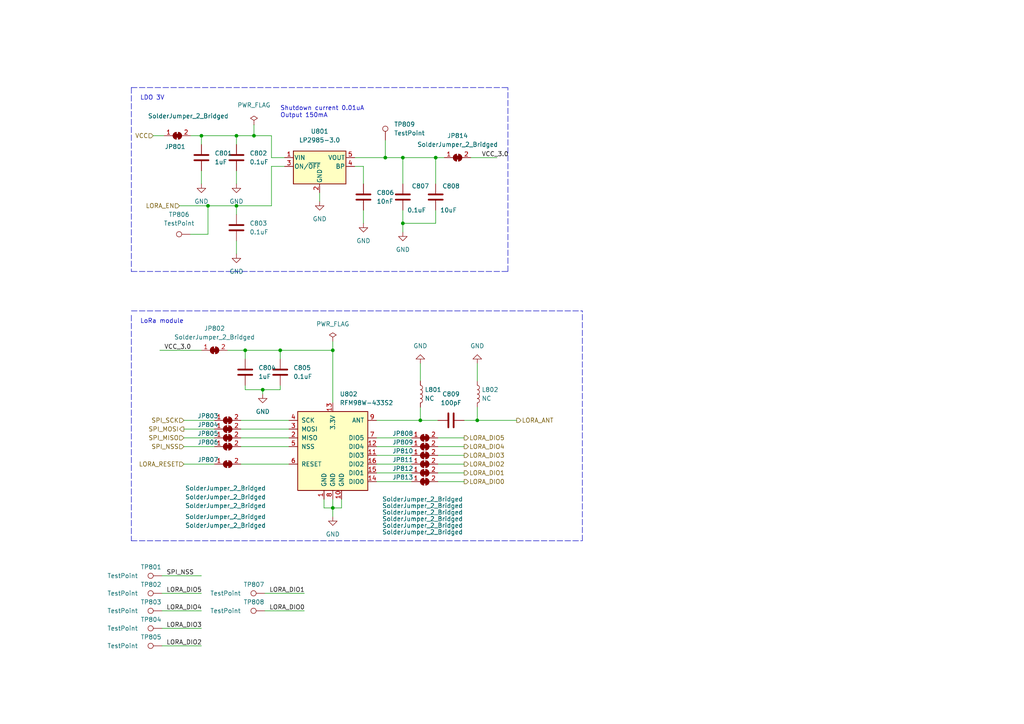
<source format=kicad_sch>
(kicad_sch (version 20211123) (generator eeschema)
  (paper "A4")
  (lib_symbols
    (symbol "Connector:TestPoint" (pin_numbers hide) (pin_names (offset 0.762) hide)
      (property "Reference" "TP" (at 0 6.858 0))
      (property "Value" "TestPoint" (at 0 5.08 0))
      (symbol "TestPoint_0_1"
        (circle (center 0 3.302) (radius 0.762))
      )
      (symbol "TestPoint_1_1"
        (pin passive line (at 0 0 90) (length 2.54) (name "1") (number "1"))
      )
    )
    (symbol "Device:C" (pin_numbers hide) (pin_names (offset 0.254))
      (property "Reference" "C" (at 0.635 2.54 0))
      (property "Value" "C" (at 0.635 -2.54 0))
      (symbol "C_0_1"
        (polyline (pts (xy -2.032 -0.762) (xy 2.032 -0.762)) (stroke (width 0.508)))
        (polyline (pts (xy -2.032 0.762) (xy 2.032 0.762)) (stroke (width 0.508)))
      )
      (symbol "C_1_1"
        (pin passive line (at 0 3.81 270) (length 2.794) (name "~") (number "1"))
        (pin passive line (at 0 -3.81 90) (length 2.794) (name "~") (number "2"))
      )
    )
    (symbol "Device:L" (pin_numbers hide) (pin_names (offset 1.016) hide)
      (property "Reference" "L" (at -1.27 0 90))
      (property "Value" "L" (at 1.905 0 90))
      (symbol "L_0_1"
        (arc (start 0 -2.54) (mid 0.635 -1.905) (end 0 -1.27))
        (arc (start 0 -1.27) (mid 0.635 -0.635) (end 0 0))
        (arc (start 0 0) (mid 0.635 0.635) (end 0 1.27))
        (arc (start 0 1.27) (mid 0.635 1.905) (end 0 2.54))
      )
      (symbol "L_1_1"
        (pin passive line (at 0 3.81 270) (length 1.27) (name "1") (number "1"))
        (pin passive line (at 0 -3.81 90) (length 1.27) (name "2") (number "2"))
      )
    )
    (symbol "Jumper:SolderJumper_2_Bridged" (pin_names (offset 0) hide)
      (property "Reference" "JP" (at 0 2.032 0))
      (property "Value" "SolderJumper_2_Bridged" (at 0 -2.54 0))
      (symbol "SolderJumper_2_Bridged_0_1"
        (rectangle (start -0.508 0.508) (end 0.508 -0.508) (fill (type outline)))
        (arc (start -0.254 1.016) (mid -1.27 0) (end -0.254 -1.016))
        (arc (start -0.254 1.016) (mid -1.27 0) (end -0.254 -1.016) (fill (type outline)))
        (polyline (pts (xy -0.254 1.016) (xy -0.254 -1.016)))
        (polyline (pts (xy 0.254 1.016) (xy 0.254 -1.016)))
        (arc (start 0.254 -1.016) (mid 1.27 0) (end 0.254 1.016))
        (arc (start 0.254 -1.016) (mid 1.27 0) (end 0.254 1.016) (fill (type outline)))
      )
      (symbol "SolderJumper_2_Bridged_1_1"
        (pin passive line (at -3.81 0 0) (length 2.54) (name "A") (number "1"))
        (pin passive line (at 3.81 0 180) (length 2.54) (name "B") (number "2"))
      )
    )
    (symbol "RF_Module:RFM98W-433S2" (pin_names (offset 1.016))
      (property "Reference" "U" (at -10.414 11.684 0))
      (property "Value" "RFM98W-433S2" (at 1.524 11.43 0))
      (symbol "RFM98W-433S2_0_1"
        (rectangle (start -10.16 10.16) (end 10.16 -12.7) (stroke (width 0.254)) (fill (type background)))
      )
      (symbol "RFM98W-433S2_1_1"
        (pin power_in line (at -2.54 -15.24 90) (length 2.54) (name "GND") (number "1"))
        (pin power_in line (at 2.54 -15.24 90) (length 2.54) (name "GND") (number "10"))
        (pin bidirectional line (at 12.7 -2.54 180) (length 2.54) (name "DIO3") (number "11"))
        (pin bidirectional line (at 12.7 0 180) (length 2.54) (name "DIO4") (number "12"))
        (pin power_in line (at 0 12.7 270) (length 2.54) (name "3.3V") (number "13"))
        (pin bidirectional line (at 12.7 -10.16 180) (length 2.54) (name "DIO0") (number "14"))
        (pin bidirectional line (at 12.7 -7.62 180) (length 2.54) (name "DIO1") (number "15"))
        (pin bidirectional line (at 12.7 -5.08 180) (length 2.54) (name "DIO2") (number "16"))
        (pin output line (at -12.7 2.54 0) (length 2.54) (name "MISO") (number "2"))
        (pin input line (at -12.7 5.08 0) (length 2.54) (name "MOSI") (number "3"))
        (pin input line (at -12.7 7.62 0) (length 2.54) (name "SCK") (number "4"))
        (pin input line (at -12.7 0 0) (length 2.54) (name "NSS") (number "5"))
        (pin bidirectional line (at -12.7 -5.08 0) (length 2.54) (name "RESET") (number "6"))
        (pin bidirectional line (at 12.7 2.54 180) (length 2.54) (name "DIO5") (number "7"))
        (pin power_in line (at 0 -15.24 90) (length 2.54) (name "GND") (number "8"))
        (pin bidirectional line (at 12.7 7.62 180) (length 2.54) (name "ANT") (number "9"))
      )
    )
    (symbol "Regulator_Linear:LP2985-3.0" (pin_names (offset 0.254))
      (property "Reference" "U" (at -6.35 5.715 0))
      (property "Value" "LP2985-3.0" (at 0 5.715 0))
      (symbol "LP2985-3.0_0_1"
        (rectangle (start -7.62 -5.08) (end 7.62 4.445) (stroke (width 0.254)) (fill (type background)))
      )
      (symbol "LP2985-3.0_1_1"
        (pin power_in line (at -10.16 2.54 0) (length 2.54) (name "VIN") (number "1"))
        (pin power_in line (at 0 -7.62 90) (length 2.54) (name "GND") (number "2"))
        (pin input line (at -10.16 0 0) (length 2.54) (name "ON/~{OFF}") (number "3"))
        (pin input line (at 10.16 0 180) (length 2.54) (name "BP") (number "4"))
        (pin power_out line (at 10.16 2.54 180) (length 2.54) (name "VOUT") (number "5"))
      )
    )
    (symbol "power:GND" (power) (pin_names (offset 0))
      (property "Value" "GND" (at 0 -3.81 0))
      (symbol "GND_0_1"
        (polyline (pts (xy 0 0) (xy 0 -1.27) (xy 1.27 -1.27) (xy 0 -2.54) (xy -1.27 -1.27) (xy 0 -1.27)))
      )
      (symbol "GND_1_1"
        (pin power_in line (at 0 0 270) (length 0) hide (name "GND") (number "1"))
      )
    )
    (symbol "power:PWR_FLAG" (power) (pin_numbers hide) (pin_names (offset 0) hide)
      (property "Value" "PWR_FLAG" (at 0 3.81 0))
      (symbol "PWR_FLAG_0_0"
        (pin power_out line (at 0 0 90) (length 0) (name "pwr") (number "1"))
      )
      (symbol "PWR_FLAG_0_1"
        (polyline (pts (xy 0 0) (xy 0 1.27) (xy -1.016 1.905) (xy 0 2.54) (xy 1.016 1.905) (xy 0 1.27)))
      )
    )
  )
  (junction (at 111.76 45.72))
  (junction (at 60.325 59.69))
  (junction (at 116.84 64.77))
  (junction (at 68.58 39.37))
  (junction (at 76.2 113.03))
  (junction (at 121.92 121.92))
  (junction (at 71.12 101.6))
  (junction (at 81.28 101.6))
  (junction (at 96.52 147.32))
  (junction (at 126.365 45.72))
  (junction (at 73.66 39.37))
  (junction (at 68.58 59.69))
  (junction (at 58.42 39.37))
  (junction (at 138.43 121.92))
  (junction (at 116.84 45.72))
  (junction (at 96.52 101.6))
  (wire (pts (xy 46.99 187.325) (xy 58.42 187.325)))
  (wire (pts (xy 78.74 48.26) (xy 78.74 59.69)))
  (wire (pts (xy 58.42 49.53) (xy 58.42 53.34)))
  (wire (pts (xy 71.12 101.6) (xy 81.28 101.6)))
  (wire (pts (xy 96.52 144.78) (xy 96.52 147.32)))
  (wire (pts (xy 111.76 40.64) (xy 111.76 45.72)))
  (wire (pts (xy 105.41 60.96) (xy 105.41 64.77)))
  (wire (pts (xy 96.52 147.32) (xy 99.06 147.32)))
  (wire (pts (xy 116.84 45.72) (xy 116.84 53.34)))
  (wire (pts (xy 53.34 134.62) (xy 62.23 134.62)))
  (wire (pts (xy 109.22 121.92) (xy 121.92 121.92)))
  (wire (pts (xy 58.42 39.37) (xy 55.245 39.37)))
  (wire (pts (xy 55.245 67.945) (xy 60.325 67.945)))
  (wire (pts (xy 92.71 55.88) (xy 92.71 58.42)))
  (wire (pts (xy 53.34 127) (xy 62.23 127)))
  (polyline (pts (xy 38.1 156.845) (xy 168.91 156.845)))
  (wire (pts (xy 73.66 36.195) (xy 73.66 39.37)))
  (wire (pts (xy 81.28 111.76) (xy 81.28 113.03)))
  (wire (pts (xy 109.22 137.16) (xy 119.38 137.16)))
  (wire (pts (xy 46.99 167.005) (xy 58.42 167.005)))
  (wire (pts (xy 138.43 105.41) (xy 138.43 110.49)))
  (wire (pts (xy 134.62 121.92) (xy 138.43 121.92)))
  (wire (pts (xy 99.06 144.78) (xy 99.06 147.32)))
  (wire (pts (xy 127 132.08) (xy 134.62 132.08)))
  (wire (pts (xy 126.365 45.72) (xy 128.905 45.72)))
  (wire (pts (xy 116.84 64.77) (xy 116.84 67.31)))
  (wire (pts (xy 126.365 45.72) (xy 126.365 53.34)))
  (wire (pts (xy 116.84 60.96) (xy 116.84 64.77)))
  (wire (pts (xy 76.835 172.085) (xy 88.265 172.085)))
  (wire (pts (xy 111.76 45.72) (xy 116.84 45.72)))
  (wire (pts (xy 60.325 59.69) (xy 68.58 59.69)))
  (wire (pts (xy 138.43 121.92) (xy 149.86 121.92)))
  (wire (pts (xy 96.52 101.6) (xy 96.52 116.84)))
  (wire (pts (xy 47.625 39.37) (xy 44.45 39.37)))
  (wire (pts (xy 68.58 69.85) (xy 68.58 73.66)))
  (wire (pts (xy 71.12 111.76) (xy 71.12 113.03)))
  (wire (pts (xy 116.84 45.72) (xy 126.365 45.72)))
  (wire (pts (xy 69.85 129.54) (xy 83.82 129.54)))
  (wire (pts (xy 96.52 147.32) (xy 96.52 149.86)))
  (wire (pts (xy 82.55 45.72) (xy 78.74 45.72)))
  (polyline (pts (xy 38.1 78.74) (xy 147.32 78.74)))
  (wire (pts (xy 127 134.62) (xy 134.62 134.62)))
  (wire (pts (xy 66.04 101.6) (xy 71.12 101.6)))
  (wire (pts (xy 93.98 144.78) (xy 93.98 147.32)))
  (wire (pts (xy 68.58 59.69) (xy 68.58 62.23)))
  (wire (pts (xy 82.55 48.26) (xy 78.74 48.26)))
  (polyline (pts (xy 38.1 91.44) (xy 38.1 156.845)))
  (wire (pts (xy 60.325 59.69) (xy 60.325 67.945)))
  (wire (pts (xy 46.99 172.085) (xy 58.42 172.085)))
  (wire (pts (xy 78.74 45.72) (xy 78.74 39.37)))
  (wire (pts (xy 109.22 129.54) (xy 119.38 129.54)))
  (wire (pts (xy 76.2 113.03) (xy 81.28 113.03)))
  (wire (pts (xy 109.22 127) (xy 119.38 127)))
  (polyline (pts (xy 38.1 90.17) (xy 168.91 90.17)))
  (wire (pts (xy 76.2 113.03) (xy 76.2 114.3)))
  (wire (pts (xy 127 139.7) (xy 134.62 139.7)))
  (wire (pts (xy 102.87 48.26) (xy 105.41 48.26)))
  (wire (pts (xy 105.41 48.26) (xy 105.41 53.34)))
  (wire (pts (xy 53.34 121.92) (xy 62.23 121.92)))
  (wire (pts (xy 127 129.54) (xy 134.62 129.54)))
  (polyline (pts (xy 38.1 25.4) (xy 38.1 78.74)))
  (wire (pts (xy 69.85 127) (xy 83.82 127)))
  (wire (pts (xy 69.85 121.92) (xy 83.82 121.92)))
  (wire (pts (xy 81.28 101.6) (xy 81.28 104.14)))
  (wire (pts (xy 81.28 101.6) (xy 96.52 101.6)))
  (wire (pts (xy 136.525 45.72) (xy 144.145 45.72)))
  (wire (pts (xy 68.58 49.53) (xy 68.58 53.34)))
  (wire (pts (xy 93.98 147.32) (xy 96.52 147.32)))
  (wire (pts (xy 68.58 39.37) (xy 58.42 39.37)))
  (wire (pts (xy 46.99 177.165) (xy 58.42 177.165)))
  (wire (pts (xy 69.85 134.62) (xy 83.82 134.62)))
  (wire (pts (xy 102.87 45.72) (xy 111.76 45.72)))
  (wire (pts (xy 109.22 132.08) (xy 119.38 132.08)))
  (wire (pts (xy 71.12 101.6) (xy 71.12 104.14)))
  (wire (pts (xy 96.52 99.06) (xy 96.52 101.6)))
  (wire (pts (xy 109.22 134.62) (xy 119.38 134.62)))
  (wire (pts (xy 58.42 39.37) (xy 58.42 41.91)))
  (wire (pts (xy 71.12 113.03) (xy 76.2 113.03)))
  (wire (pts (xy 127 127) (xy 134.62 127)))
  (wire (pts (xy 76.835 177.165) (xy 88.265 177.165)))
  (wire (pts (xy 53.34 124.46) (xy 62.23 124.46)))
  (wire (pts (xy 116.84 64.77) (xy 126.365 64.77)))
  (wire (pts (xy 78.74 39.37) (xy 73.66 39.37)))
  (wire (pts (xy 121.92 105.41) (xy 121.92 110.49)))
  (wire (pts (xy 121.92 121.92) (xy 127 121.92)))
  (wire (pts (xy 126.365 60.96) (xy 126.365 64.77)))
  (wire (pts (xy 53.34 129.54) (xy 62.23 129.54)))
  (polyline (pts (xy 38.1 25.4) (xy 147.32 25.4)))
  (wire (pts (xy 68.58 59.69) (xy 78.74 59.69)))
  (polyline (pts (xy 147.32 78.74) (xy 147.32 25.4)))
  (wire (pts (xy 127 137.16) (xy 134.62 137.16)))
  (wire (pts (xy 46.99 182.245) (xy 58.42 182.245)))
  (wire (pts (xy 68.58 39.37) (xy 68.58 41.91)))
  (wire (pts (xy 138.43 118.11) (xy 138.43 121.92)))
  (wire (pts (xy 109.22 139.7) (xy 119.38 139.7)))
  (wire (pts (xy 121.92 118.11) (xy 121.92 121.92)))
  (wire (pts (xy 69.85 124.46) (xy 83.82 124.46)))
  (wire (pts (xy 73.66 39.37) (xy 68.58 39.37)))
  (wire (pts (xy 52.07 59.69) (xy 60.325 59.69)))
  (wire (pts (xy 46.355 101.6) (xy 58.42 101.6)))
  (polyline (pts (xy 168.91 156.845) (xy 168.91 90.17)))
  (text "LDO 3V" (at 40.64 29.21 0) (effects (font (size 1.27 1.27)) (justify left bottom)))
  (text "Shutdown current 0.01uA\nOutput 150mA" (at 81.28 34.29 0) (effects (font (size 1.27 1.27)) (justify left bottom)))
  (text "LoRa module" (at 40.64 93.98 0) (effects (font (size 1.27 1.27)) (justify left bottom)))
  (label "LORA_DIO1" (at 78.105 172.085 0))
  (label "VCC_3.0" (at 139.7 45.72 0))
  (label "LORA_DIO0" (at 78.105 177.165 0))
  (label "LORA_DIO3" (at 48.26 182.245 0))
  (label "SPI_NSS" (at 48.26 167.005 0))
  (label "LORA_DIO2" (at 48.26 187.325 0))
  (label "VCC_3.0" (at 47.625 101.6 0))
  (label "LORA_DIO4" (at 48.26 177.165 0))
  (label "LORA_DIO5" (at 48.26 172.085 0))
  (hierarchical_label "LORA_EN" (shape input) (at 52.07 59.69 180))
  (hierarchical_label "SPI_MOSI" (shape output) (at 53.34 124.46 180))
  (hierarchical_label "LORA_RESET" (shape input) (at 53.34 134.62 180))
  (hierarchical_label "LORA_ANT" (shape output) (at 149.86 121.92 0))
  (hierarchical_label "SPI_MISO" (shape input) (at 53.34 127 180))
  (hierarchical_label "LORA_DIO1" (shape output) (at 134.62 137.16 0))
  (hierarchical_label "LORA_DIO0" (shape output) (at 134.62 139.7 0))
  (hierarchical_label "LORA_DIO5" (shape output) (at 134.62 127 0))
  (hierarchical_label "LORA_DIO4" (shape output) (at 134.62 129.54 0))
  (hierarchical_label "LORA_DIO2" (shape output) (at 134.62 134.62 0))
  (hierarchical_label "SPI_SCK" (shape input) (at 53.34 121.92 180))
  (hierarchical_label "VCC" (shape input) (at 44.45 39.37 180))
  (hierarchical_label "LORA_DIO3" (shape output) (at 134.62 132.08 0))
  (hierarchical_label "SPI_NSS" (shape input) (at 53.34 129.54 180))
  (symbol (lib_id "Device:C") (at 71.12 107.95 0) (unit 1)
    (property "Reference" "C804" (at 74.93 106.6799 0) (effects (justify left)))
    (property "Value" "1uF" (at 74.93 109.2199 0) (effects (justify left)))
  )
  (symbol (lib_id "Connector:TestPoint") (at 55.245 67.945 90) (unit 1)
    (property "Reference" "TP806" (at 51.943 62.23 90))
    (property "Value" "TestPoint" (at 51.943 64.77 90))
  )
  (symbol (lib_id "Device:C") (at 68.58 45.72 0) (unit 1)
    (property "Reference" "C802" (at 72.39 44.4499 0) (effects (justify left)))
    (property "Value" "0.1uF" (at 72.39 46.9899 0) (effects (justify left)))
  )
  (symbol (lib_id "Connector:TestPoint") (at 46.99 172.085 90) (unit 1)
    (property "Reference" "TP802" (at 43.815 169.545 90))
    (property "Value" "TestPoint" (at 35.56 172.085 90))
  )
  (symbol (lib_id "Connector:TestPoint") (at 76.835 177.165 90) (unit 1)
    (property "Reference" "TP808" (at 73.66 174.625 90))
    (property "Value" "TestPoint" (at 65.405 177.165 90))
  )
  (symbol (lib_id "power:GND") (at 92.71 58.42 0) (unit 1)
    (property "Reference" "#PWR0805" (effects hide))
    (property "Value" "GND" (at 92.71 63.5 0))
  )
  (symbol (lib_id "Device:C") (at 81.28 107.95 0) (unit 1)
    (property "Reference" "C805" (at 85.09 106.6799 0) (effects (justify left)))
    (property "Value" "0.1uF" (at 85.09 109.2199 0) (effects (justify left)))
  )
  (symbol (lib_id "Device:C") (at 105.41 57.15 0) (unit 1)
    (property "Reference" "C806" (at 109.22 55.8799 0) (effects (justify left)))
    (property "Value" "10nF" (at 109.22 58.4199 0) (effects (justify left)))
  )
  (symbol (lib_id "Device:C") (at 126.365 57.15 0) (unit 1)
    (property "Reference" "C808" (at 128.27 53.975 0) (effects (justify left)))
    (property "Value" "10uF" (at 127.635 60.96 0) (effects (justify left)))
  )
  (symbol (lib_id "RF_Module:RFM98W-433S2") (at 96.52 129.54 0) (unit 1)
    (property "Reference" "U802" (at 98.5394 114.3 0) (effects (justify left)))
    (property "Value" "RFM98W-433S2" (at 98.5394 116.84 0) (effects (justify left)))
    (property "Datasheet" "https://www.hoperf.com/data/upload/portal/20181127/5bfcdb5e17543.pdf" (effects hide))
  )
  (symbol (lib_id "Device:C") (at 116.84 57.15 0) (unit 1)
    (property "Reference" "C807" (at 119.38 53.975 0) (effects (justify left)))
    (property "Value" "0.1uF" (at 118.11 60.96 0) (effects (justify left)))
  )
  (symbol (lib_id "Device:L") (at 121.92 114.3 0) (unit 1)
    (property "Reference" "L801" (at 123.19 113.0299 0) (effects (justify left)))
    (property "Value" "NC" (at 123.19 115.5699 0) (effects (justify left)))
  )
  (symbol (lib_id "power:GND") (at 116.84 67.31 0) (unit 1)
    (property "Reference" "#PWR0808" (effects hide))
    (property "Value" "~" (at 116.84 72.39 0))
  )
  (symbol (lib_id "power:PWR_FLAG") (at 73.66 36.195 0) (unit 1)
    (property "Reference" "#FLG0114" (effects hide))
    (property "Value" "PWR_FLAG" (at 73.66 30.48 0))
  )
  (symbol (lib_id "power:GND") (at 138.43 105.41 180) (unit 1)
    (property "Reference" "#PWR0810" (effects hide))
    (property "Value" "GND" (at 138.43 100.33 0))
  )
  (symbol (lib_id "Device:C") (at 130.81 121.92 90) (unit 1)
    (property "Reference" "C809" (at 130.81 114.3 90))
    (property "Value" "100pF" (at 130.81 116.84 90))
  )
  (symbol (lib_id "Jumper:SolderJumper_2_Bridged") (at 123.19 132.08 0) (unit 1)
    (property "Reference" "JP810" (at 116.84 130.81 0))
    (property "Value" "SolderJumper_2_Bridged" (at 122.555 148.59 0))
  )
  (symbol (lib_id "Device:C") (at 68.58 66.04 0) (unit 1)
    (property "Reference" "C803" (at 72.39 64.7699 0) (effects (justify left)))
    (property "Value" "0.1uF" (at 72.39 67.3099 0) (effects (justify left)))
  )
  (symbol (lib_id "Jumper:SolderJumper_2_Bridged") (at 123.19 137.16 0) (unit 1)
    (property "Reference" "JP812" (at 116.84 135.89 0))
    (property "Value" "SolderJumper_2_Bridged" (at 122.555 152.4 0))
  )
  (symbol (lib_id "Jumper:SolderJumper_2_Bridged") (at 123.19 139.7 0) (unit 1)
    (property "Reference" "JP813" (at 116.84 138.43 0))
    (property "Value" "SolderJumper_2_Bridged" (at 122.555 154.305 0))
  )
  (symbol (lib_id "Connector:TestPoint") (at 111.76 40.64 0) (unit 1)
    (property "Reference" "TP809" (at 114.3 36.0679 0) (effects (justify left)))
    (property "Value" "TestPoint" (at 114.3 38.6079 0) (effects (justify left)))
  )
  (symbol (lib_id "Jumper:SolderJumper_2_Bridged") (at 66.04 121.92 0) (unit 1)
    (property "Reference" "JP803" (at 60.325 120.65 0))
    (property "Value" "SolderJumper_2_Bridged" (at 65.405 141.605 0))
  )
  (symbol (lib_id "Jumper:SolderJumper_2_Bridged") (at 66.04 127 0) (unit 1)
    (property "Reference" "JP805" (at 60.325 125.73 0))
    (property "Value" "SolderJumper_2_Bridged" (at 65.405 146.685 0))
  )
  (symbol (lib_id "Jumper:SolderJumper_2_Bridged") (at 123.19 127 0) (unit 1)
    (property "Reference" "JP808" (at 116.84 125.73 0))
    (property "Value" "SolderJumper_2_Bridged" (at 122.555 144.78 0))
  )
  (symbol (lib_id "Jumper:SolderJumper_2_Bridged") (at 66.04 134.62 0) (unit 1)
    (property "Reference" "JP807" (at 60.325 133.35 0))
    (property "Value" "SolderJumper_2_Bridged" (at 65.405 152.4 0))
  )
  (symbol (lib_id "power:GND") (at 76.2 114.3 0) (unit 1)
    (property "Reference" "#PWR0804" (effects hide))
    (property "Value" "GND" (at 76.2 119.38 0))
  )
  (symbol (lib_id "Device:C") (at 58.42 45.72 0) (unit 1)
    (property "Reference" "C801" (at 62.23 44.4499 0) (effects (justify left)))
    (property "Value" "1uF" (at 62.23 46.9899 0) (effects (justify left)))
  )
  (symbol (lib_id "Jumper:SolderJumper_2_Bridged") (at 62.23 101.6 0) (unit 1)
    (property "Reference" "JP802" (at 62.23 95.25 0))
    (property "Value" "SolderJumper_2_Bridged" (at 62.23 97.79 0))
  )
  (symbol (lib_id "Device:L") (at 138.43 114.3 0) (unit 1)
    (property "Reference" "L802" (at 139.7 113.0299 0) (effects (justify left)))
    (property "Value" "NC" (at 139.7 115.5699 0) (effects (justify left)))
  )
  (symbol (lib_id "Connector:TestPoint") (at 46.99 177.165 90) (unit 1)
    (property "Reference" "TP803" (at 43.815 174.625 90))
    (property "Value" "TestPoint" (at 35.56 177.165 90))
  )
  (symbol (lib_id "power:GND") (at 96.52 149.86 0) (unit 1)
    (property "Reference" "#PWR0806" (effects hide))
    (property "Value" "~" (at 96.52 154.94 0))
  )
  (symbol (lib_id "power:GND") (at 68.58 73.66 0) (unit 1)
    (property "Reference" "#PWR0803" (effects hide))
    (property "Value" "~" (at 68.58 78.74 0))
  )
  (symbol (lib_id "Connector:TestPoint") (at 46.99 167.005 90) (unit 1)
    (property "Reference" "TP801" (at 43.815 164.465 90))
    (property "Value" "TestPoint" (at 35.56 167.005 90))
  )
  (symbol (lib_id "power:GND") (at 121.92 105.41 180) (unit 1)
    (property "Reference" "#PWR0809" (effects hide))
    (property "Value" "GND" (at 121.92 100.33 0))
  )
  (symbol (lib_id "power:GND") (at 58.42 53.34 0) (unit 1)
    (property "Reference" "#PWR0801" (effects hide))
    (property "Value" "~" (at 58.42 58.42 0))
  )
  (symbol (lib_id "Jumper:SolderJumper_2_Bridged") (at 51.435 39.37 0) (unit 1)
    (property "Reference" "JP801" (at 50.8 42.545 0))
    (property "Value" "SolderJumper_2_Bridged" (at 54.61 33.655 0))
  )
  (symbol (lib_id "Connector:TestPoint") (at 46.99 187.325 90) (unit 1)
    (property "Reference" "TP805" (at 43.815 184.785 90))
    (property "Value" "TestPoint" (at 35.56 187.325 90))
  )
  (symbol (lib_id "Jumper:SolderJumper_2_Bridged") (at 66.04 129.54 0) (unit 1)
    (property "Reference" "JP806" (at 60.325 128.27 0))
    (property "Value" "SolderJumper_2_Bridged" (at 65.405 149.86 0))
  )
  (symbol (lib_id "Regulator_Linear:LP2985-3.0") (at 92.71 48.26 0) (unit 1)
    (property "Reference" "U801" (at 92.71 38.1 0))
    (property "Value" "LP2985-3.0" (at 92.71 40.64 0))
    (property "Footprint" "Package_TO_SOT_SMD:SOT-23-5" (effects hide))
    (property "Datasheet" "http://www.ti.com/lit/ds/symlink/lp2985.pdf" (effects hide))
  )
  (symbol (lib_id "power:PWR_FLAG") (at 96.52 99.06 0) (unit 1)
    (property "Reference" "#FLG0115" (effects hide))
    (property "Value" "PWR_FLAG" (at 96.52 93.98 0))
  )
  (symbol (lib_id "Jumper:SolderJumper_2_Bridged") (at 123.19 134.62 0) (unit 1)
    (property "Reference" "JP811" (at 116.84 133.35 0))
    (property "Value" "SolderJumper_2_Bridged" (at 122.555 150.495 0))
  )
  (symbol (lib_id "Jumper:SolderJumper_2_Bridged") (at 123.19 129.54 0) (unit 1)
    (property "Reference" "JP809" (at 116.84 128.27 0))
    (property "Value" "SolderJumper_2_Bridged" (at 122.555 146.685 0))
  )
  (symbol (lib_id "Jumper:SolderJumper_2_Bridged") (at 132.715 45.72 0) (unit 1)
    (property "Reference" "JP814" (at 132.715 39.37 0))
    (property "Value" "SolderJumper_2_Bridged" (at 132.715 41.91 0))
  )
  (symbol (lib_id "power:GND") (at 68.58 53.34 0) (unit 1)
    (property "Reference" "#PWR0802" (effects hide))
    (property "Value" "~" (at 68.58 58.42 0))
  )
  (symbol (lib_id "power:GND") (at 105.41 64.77 0) (unit 1)
    (property "Reference" "#PWR0807" (effects hide))
    (property "Value" "~" (at 105.41 69.85 0))
  )
  (symbol (lib_id "Connector:TestPoint") (at 46.99 182.245 90) (unit 1)
    (property "Reference" "TP804" (at 43.815 179.705 90))
    (property "Value" "TestPoint" (at 35.56 182.245 90))
  )
  (symbol (lib_id "Connector:TestPoint") (at 76.835 172.085 90) (unit 1)
    (property "Reference" "TP807" (at 73.66 169.545 90))
    (property "Value" "TestPoint" (at 65.405 172.085 90))
  )
  (symbol (lib_id "Jumper:SolderJumper_2_Bridged") (at 66.04 124.46 0) (unit 1)
    (property "Reference" "JP804" (at 60.325 123.19 0))
    (property "Value" "SolderJumper_2_Bridged" (at 65.405 144.145 0))
  )
)
</source>
